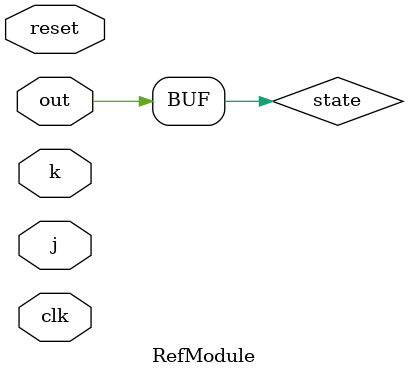
<source format=sv>

module RefModule (
  input clk,
  input j,
  input k,
  input reset,
  input out
);

  parameter A=0, B=1;
  reg state;
  reg next;

    always @(*) begin
    case (state)
      A: next = j ? B : A;
      B: next = k ? A : B;
    endcase
    end

    always @(posedge clk) begin
    if (reset) state <= A;
        else state <= next;
  end

  assign out = (state==B);

endmodule


</source>
